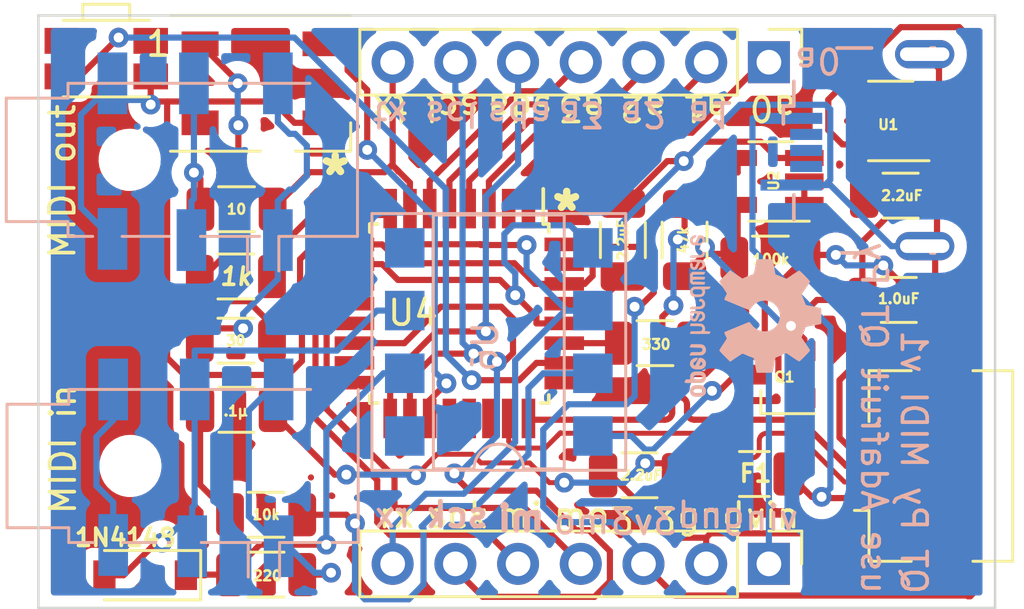
<source format=kicad_pcb>
(kicad_pcb (version 20211014) (generator pcbnew)
  (title_block (title "Romix QT Py") (date "2021-08-21") (rev "1") (company "Concept & Code"))
  (layers (0 "F.Cu" signal) (31 "B.Cu" signal) (34 "B.Paste" user) (35 "F.Paste" user) (36 "B.SilkS" user "B.Silkscreen") (37 "F.SilkS" user "F.Silkscreen") (38 "B.Mask" user) (39 "F.Mask" user) (44 "Edge.Cuts" user))
  (net 0 "")
  (net 1 "GND")
  (net 2 "Net-(C1-Pad1)")
  (net 3 "VBUS")
  (net 4 "VCC")
  (net 5 "3V3")
  (net 6 "NEOPIX")
  (net 7 "USB_D-")
  (net 8 "USB_D+")
  (net 10 "SCL")
  (net 11 "SDA")
  (net 12 "/A3")
  (net 13 "/A2")
  (net 14 "/A1")
  (net 15 "/A0")
  (net 16 "Net-(D3-Pad1)")
  (net 17 "/MISO")
  (net 18 "Net-(D3-Pad2)")
  (net 19 "Net-(Q1-Pad1)")
  (net 20 "USB_HOST_EN")
  (net 24 "TX")
  (net 25 "Net-(SW2-Pad2)")
  (net 26 "RX")
  (net 27 "Net-(J6-PadT)")
  (net 28 "unconnected-(J7-PadS)")
  (net 29 "Net-(J7-PadT)")
  (net 30 "Net-(R7-Pad1)")
  (net 37 "/MOSI")
  (net 38 "/SCK")
  (net 39 "Net-(J1-Pad1)")
  (net 40 "Net-(R2-Pad2)")
  (net 41 "Net-(R6-Pad2)")
  (footprint "Resistor_SMD:R_1206_3216Metric" (layer "F.Cu") (at 148.65 25.1)
    (fp_text reference "R2" hide)
    (fp_text value "100k")
  )
  (footprint "Resistor_SMD:R_1206_3216Metric" (layer "F.Cu") (at 145.175 24.35 90)
    (fp_text reference "R1" hide)
    (fp_text value "47k")
  )
  (footprint "Package_TO_SOT_SMD:SOT-23-5_HandSoldering" (layer "F.Cu") (at 148.675 21.975 180)
    (fp_text reference "U2")
    (fp_text value "74AHC1G125" hide)
  )
  (footprint "Resistor_SMD:R_1206_3216Metric" (layer "F.Cu") (at 143.975 28.525 180)
    (fp_text reference "R3" hide)
    (fp_text value "330")
  )
  (footprint "Capacitor_SMD:C_1206_3216Metric" (layer "F.Cu") (at 153.85 26.775)
    (fp_text reference "C3" hide)
    (fp_text value "1.0uF")
  )
  (footprint "Capacitor_SMD:C_1206_3216Metric" (layer "F.Cu") (at 143.35 33.875 180)
    (fp_text reference "C2" hide)
    (fp_text value "2.2uF")
  )
  (footprint "Package_TO_SOT_SMD:SOT-23" (layer "F.Cu") (at 149.025 29.8 180)
    (fp_text reference "Q1")
    (fp_text value "IRLML6402" hide)
  )
  (footprint "Connector_PinHeader_2.54mm:PinHeader_1x07_P2.54mm_Vertical" (layer "F.Cu") (at 148.59 37.465 -90)
    (fp_text reference "J4" hide)
    (fp_text value "Conn_01x07_Male" hide)
  )
  (footprint "Capacitor_SMD:C_1206_3216Metric" (layer "F.Cu") (at 153.925 22.55)
    (fp_text reference "C4" hide)
    (fp_text value "2.2uF")
  )
  (footprint "LED_SMD:LED_WS2812B_PLCC4_5.0x5.0mm_P3.2mm" (layer "F.Cu") (at 128 18)
    (fp_text reference "D1" hide)
    (fp_text value "WS2812B" hide)
  )
  (footprint "Capacitor_SMD:C_1206_3216Metric" (layer "F.Cu") (at 142.675 24.35 90)
    (fp_text reference "C1" hide)
    (fp_text value "2.2uF")
  )
  (footprint "Fuse:Fuse_1206_3216Metric" (layer "F.Cu") (at 148 33.825)
    (fp_text reference "F1")
    (fp_text value "500mA" hide)
  )
  (footprint "Connector_USB:USB_Micro-B_Amphenol_10104110_Horizontal" (layer "F.Cu") (at 154.305 33.5 90)
    (fp_text reference "J2" hide)
    (fp_text value "USB_OTG" hide)
  )
  (footprint "Connector_PinHeader_2.54mm:PinHeader_1x07_P2.54mm_Vertical" (layer "F.Cu") (at 148.59 17.145 -90)
    (fp_text reference "J3" hide)
    (fp_text value "Conn_01x07_Male" hide)
  )
  (footprint "Package_TO_SOT_SMD:SOT-23-5" (layer "F.Cu") (at 153.525 19.525 180)
    (fp_text reference "U1")
    (fp_text value "AP2112K-3.3" hide)
  )
  (footprint "Package_QFP:TQFP-32_7x7mm_P0.8mm" (layer "F.Cu") (at 136.05 27.325 -90)
    (fp_text reference "U4")
    (fp_text value "ATSAMD21E18A-A" hide)
  )
  (footprint "Button_Switch_SMD:SW_SPST_EVQP7A" (layer "F.Cu") (at 121.75 17 180)
    (fp_text reference "SW2" hide)
    (fp_text value "SW_Push" hide)
  )
  (footprint "Resistor_SMD:R_1206_3216Metric" (layer "F.Cu") (at 128.225 35.475 180)
    (fp_text reference "R7" hide)
    (fp_text value "10k")
  )
  (footprint "Resistor_SMD:R_1206_3216Metric" (layer "F.Cu") (at 127 28.425)
    (fp_text reference "R4" hide)
    (fp_text value "30")
  )
  (footprint "Diode_SMD:D_SOD-123" (layer "F.Cu") (at 123.325 37.925 180)
    (fp_text reference "D3" hide)
    (fp_text value "1N4148")
  )
  (footprint "Resistor_SMD:R_1206_3216Metric" (layer "F.Cu") (at 127.025 23.1 180)
    (fp_text reference "R6" hide)
    (fp_text value "10")
  )
  (footprint "Resistor_SMD:R_1206_3216Metric" (layer "F.Cu") (at 128.225 37.9)
    (fp_text reference "R5" hide)
    (fp_text value "220")
  )
  (footprint "Resistor_SMD:R_1206_3216Metric" (layer "F.Cu") (at 127 25.825)
    (fp_text reference "R8" hide)
    (fp_text value "1k")
  )
  (footprint "Capacitor_SMD:C_1206_3216Metric" (layer "F.Cu") (at 127.025 31.225 180)
    (fp_text reference "C5" hide)
    (fp_text value ".1µ")
  )
  (footprint "Connector_USB:USB_Micro-B_Ali_power_only" (layer "B.Cu") (at 152 20.72 -90)
    (fp_text reference "J1" hide)
    (fp_text value "USB power" hide)
  )
  (footprint "Connector_Audio:Jack_3.5mm_PJ313D_Horizontal" (layer "B.Cu") (at 126.23 33.5)
    (fp_text reference "J7" hide)
    (fp_text value "MIDI in")
  )
  (footprint "Symbol:OSHW-Logo2_7.3x6mm_SilkScreen" (layer "B.Cu") (at 147.95 27.425 90)
    (fp_text reference "REF**" hide)
    (fp_text value "OSHW-Logo2_7.3x6mm_SilkScreen" hide)
  )
  (footprint "Package_DIP:DIP-8_W7.62mm_SMDSocket_SmallPads" (layer "B.Cu") (at 137.65 28.475)
    (fp_text reference "U6")
    (fp_text value "6N139")
  )
  (footprint "Connector_Audio:Jack_3.5mm_PJ313D_Horizontal" (layer "B.Cu") (at 126.2 21.1)
    (fp_text reference "J6" hide)
    (fp_text value "MIDI out")
  )
  (gr_line (start 119 39.25) (end 119 15.25) (layer "Edge.Cuts") (width 0.1))
  (gr_line (start 157.75 39.25) (end 119 39.25) (layer "Edge.Cuts") (width 0.1))
  (gr_line (start 157.75 15.25) (end 157.75 39.25) (layer "Edge.Cuts") (width 0.1))
  (gr_line (start 119 15.25) (end 157.75 15.25) (layer "Edge.Cuts") (width 0.1))
  (gr_text "mi" (at 138.55 35.625) (layer "B.SilkS") (effects (font (size 1 1) (thickness 0.25)) (justify mirror)))
  (gr_text "vin" (at 148.7 35.6) (layer "B.SilkS") (effects (font (size 1 1)) (justify mirror)))
  (gr_text "a2" (at 143.5 19.25 180) (layer "B.SilkS") (effects (font (size 1 1)) (justify mirror)))
  (gr_text "a3" (at 141 19.25 180) (layer "B.SilkS") (effects (font (size 1 1)) (justify mirror)))
  (gr_text "sck" (at 135.95 35.475) (layer "B.SilkS") (effects (font (size 1 1) (thickness 0.2)) (justify mirror)))
  (gr_text "3v3" (at 143.525 35.775) (layer "B.SilkS") (effects (font (size 1 1)) (justify mirror)))
  (gr_text "rx" (at 133.35 35.475) (layer "B.SilkS") (effects (font (size 1 1)) (justify mirror)))
  (gr_text "QT Py MIDI v1\nuse Adafruit QT Py\n" (at 153.65 38.775 270) (layer "B.SilkS") (effects (font (size 1 1)) (justify left mirror)))
  (gr_text "a0" (at 150.575 17.075 180) (layer "B.SilkS") (effects (font (size 1 1)) (justify mirror)))
  (gr_text "scl" (at 135.75 19.25 180) (layer "B.SilkS") (effects (font (size 1 1)) (justify mirror)))
  (gr_text "gnd" (at 146.25 35.475) (layer "B.SilkS") (effects (font (size 1 1)) (justify mirror)))
  (gr_text "sda" (at 138.5 19.25 180) (layer "B.SilkS") (effects (font (size 1 1)) (justify mirror)))
  (gr_text "tx" (at 133.25 19.25 180) (layer "B.SilkS") (effects (font (size 1 1)) (justify mirror)))
  (gr_text "a1" (at 146.25 19.25 180) (layer "B.SilkS") (effects (font (size 1 1)) (justify mirror)))
  (gr_text "mo" (at 141 35.75) (layer "B.SilkS") (effects (font (size 1 1)) (justify mirror)))
  (gr_text "3v3" (at 143.5 35.75) (layer "F.SilkS") (effects (font (size 1 1))))
  (gr_text "*" (at 131.025 21.75) (layer "F.SilkS") (effects (font (size 1.5 1.5) (thickness 0.3))))
  (gr_text "scl" (at 135.75 19 180) (layer "F.SilkS") (effects (font (size 1 1))))
  (gr_text "gnd" (at 146.25 35.5) (layer "F.SilkS") (effects (font (size 1 1))))
  (gr_text "a1" (at 146 19 180) (layer "F.SilkS") (effects (font (size 1 1))))
  (gr_text "a2" (at 143.5 19 180) (layer "F.SilkS") (effects (font (size 1 1))))
  (gr_text "sck" (at 136 35.5) (layer "F.SilkS") (effects (font (size 1 1))))
  (gr_text "tx" (at 133.25 19 180) (layer "F.SilkS") (effects (font (size 1 1))))
  (gr_text "a0" (at 148.75 19 180) (layer "F.SilkS") (effects (font (size 1 1))))
  (gr_text "mi" (at 138.5 35.5) (layer "F.SilkS") (effects (font (size 1 1))))
  (gr_text "sda" (at 138.5 19 180) (layer "F.SilkS") (effects (font (size 1 1))))
  (gr_text "mo" (at 141 35.5) (layer "F.SilkS") (effects (font (size 1 1))))
  (gr_text "vin" (at 148.75 35.5) (layer "F.SilkS") (effects (font (size 1 1))))
  (gr_text "rx" (at 133.5 35.5) (layer "F.SilkS") (effects (font (size 1 1))))
  (gr_text "*" (at 140.4 23.2) (layer "F.SilkS") (effects (font (size 1.5 1.5) (thickness 0.3))))
  (gr_text "a3" (at 141 19 180) (layer "F.SilkS") (effects (font (size 1 1))))
  (segment (start 140.3 27.725) (end 139.1747 27.725) (width 0.25) (layer "F.Cu") (net 1))
  (segment (start 155.4 22.55) (end 155.4803 22.4697) (width 0.25) (layer "F.Cu") (net 1))
  (segment (start 123.55 18.7357) (end 124.215 18.7357) (width 0.25) (layer "F.Cu") (net 1))
  (segment (start 155.605 28.2747) (end 155.325 27.9947) (width 0.25) (layer "F.Cu") (net 1))
  (segment (start 155.605 29.75) (end 155.605 32.2) (width 0.25) (layer "F.Cu") (net 1))
  (segment (start 129.3747 19.6) (end 128.5104 18.7357) (width 0.25) (layer "F.Cu") (net 1))
  (segment (start 155.605 32.35) (end 155.605 34.65) (width 0.25) (layer "F.Cu") (net 1))
  (segment (start 139.1747 27.725) (end 139.1747 27.4432) (width 0.25) (layer "F.Cu") (net 1))
  (segment (start 144.4746 21.1504) (end 142.75 22.875) (width 0.25) (layer "F.Cu") (net 1))
  (segment (start 131.8 25.325) (end 132.9253 25.325) (width 0.25) (layer "F.Cu") (net 1))
  (segment (start 124.9125 29.8125) (end 125.55 29.8125) (width 0.25) (layer "F.Cu") (net 1))
  (segment (start 153.3074 36.2277) (end 146.2279 36.2277) (width 0.25) (layer "F.Cu") (net 1))
  (segment (start 155.4803 22.4697) (end 155.4803 19.525) (width 0.25) (layer "F.Cu") (net 1))
  (segment (start 146.05 37.465) (end 146.05 36.4056) (width 0.25) (layer "F.Cu") (net 1))
  (segment (start 124.215 29.115) (end 124.9125 29.8125) (width 0.25) (layer "F.Cu") (net 1))
  (segment (start 129.675 29.25) (end 129.1125 29.8125) (width 0.25) (layer "F.Cu") (net 1))
  (segment (start 155.325 25.02) (end 154.9 24.595) (width 0.25) (layer "F.Cu") (net 1))
  (segment (start 131.8 25.325) (end 130.65 25.325) (width 0.25) (layer "F.Cu") (net 1))
  (segment (start 133.5642 25.9639) (end 132.9253 25.325) (width 0.25) (layer "F.Cu") (net 1))
  (segment (start 125.55 34.2625) (end 126.7625 35.475) (width 0.25) (layer "F.Cu") (net 1))
  (segment (start 125.55 29.8125) (end 125.55 31.225) (width 0.25) (layer "F.Cu") (net 1))
  (segment (start 155.605 37.25) (end 154.3297 37.25) (width 0.25) (layer "F.Cu") (net 1))
  (segment (start 137.6954 25.9639) (end 133.5642 25.9639) (width 0.25) (layer "F.Cu") (net 1))
  (segment (start 146.2279 36.2277) (end 146.05 36.4056) (width 0.25) (layer "F.Cu") (net 1))
  (segment (start 150.025 21.025) (end 148.9197 21.025) (width 0.25) (layer "F.Cu") (net 1))
  (segment (start 130.1 26.7) (end 129.675 27.125) (width 0.25) (layer "F.Cu") (net 1))
  (segment (start 144.7306 36.4056) (end 142.2 33.875) (width 0.25) (layer "F.Cu") (net 1))
  (segment (start 155.325 27.9947) (end 155.325 26.775) (width 0.25) (layer "F.Cu") (net 1))
  (segment (start 155.605 29.75) (end 155.605 28.2747) (width 0.25) (layer "F.Cu") (net 1))
  (segment (start 129.1125 29.8125) (end 125.55 29.8125) (width 0.25) (layer "F.Cu") (net 1))
  (segment (start 155.605 32.2) (end 155.605 32.35) (width 0.25) (layer "F.Cu") (net 1))
  (segment (start 128.5104 18.7357) (end 124.215 18.7357) (width 0.25) (layer "F.Cu") (net 1))
  (segment (start 146.05 36.4056) (end 144.7306 36.4056) (width 0.25) (layer "F.Cu") (net 1))
  (segment (start 130.1 25.875) (end 130.1 26.7) (width 0.25) (layer "F.Cu") (net 1))
  (segment (start 154.9 24.595) (end 155.4 24.095) (width 0.25) (layer "F.Cu") (net 1))
  (segment (start 123.55 18.7357) (end 123.55 18.8607) (width 0.25) (layer "F.Cu") (net 1))
  (segment (start 145.1409 21.1504) (end 144.4746 21.1504) (width 0.25) (layer "F.Cu") (net 1))
  (segment (start 123.55 17.72) (end 123.55 18.7357) (width 0.25) (layer "F.Cu") (net 1))
  (segment (start 155.4803 17.4003) (end 155.4803 19.525) (width 0.25) (layer "F.Cu") (net 1))
  (segment (start 145.9263 20.365) (end 148.2597 20.365) (width 0.25) (layer "F.Cu") (net 1))
  (segment (start 145.1409 21.1504) (end 145.9263 20.365) (width 0.25) (layer "F.Cu") (net 1))
  (segment (start 154.3297 37.25) (end 153.3074 36.2277) (width 0.25) (layer "F.Cu") (net 1))
  (segment (start 152.755 32.2) (end 155.605 32.2) (width 0.25) (layer "F.Cu") (net 1))
  (segment (start 130.65 25.325) (end 130.1 25.875) (width 0.25) (layer "F.Cu") (net 1))
  (segment (start 148.2597 20.365) (end 148.9197 21.025) (width 0.25) (layer "F.Cu") (net 1))
  (segment (start 124.215 18.7357) (end 124.215 29.115) (width 0.25) (layer "F.Cu") (net 1))
  (segment (start 155.605 34.65) (end 155.605 37.25) (width 0.25) (layer "F.Cu") (net 1))
  (segment (start 138.31575 26.58425) (end 137.6954 25.9639) (width 0.25) (layer "F.Cu") (net 1))
  (segment (start 129.675 27.125) (end 129.675 29.25) (width 0.25) (layer "F.Cu") (net 1))
  (segment (start 125.55 31.225) (end 125.55 34.2625) (width 0.25) (layer "F.Cu") (net 1))
  (segment (start 130.45 19.6) (end 129.3747 19.6) (width 0.25) (layer "F.Cu") (net 1))
  (segment (start 155.4 24.095) (end 155.4 22.55) (width 0.25) (layer "F.Cu") (net 1))
  (segment (start 154.9 16.82) (end 155.4803 17.4003) (width 0.25) (layer "F.Cu") (net 1))
  (segment (start 139.1747 27.4432) (end 138.31575 26.58425) (width 0.25) (layer "F.Cu") (net 1))
  (segment (start 155.325 26.775) (end 155.325 25.02) (width 0.25) (layer "F.Cu") (net 1))
  (segment (start 154.625 19.525) (end 155.4803 19.525) (width 0.25) (layer "F.Cu") (net 1))
  (via (at 123.55 18.8607) (size 0.8) (drill 0.4) (layers "F.Cu" "B.Cu") (net 1))
  (via (at 145.1409 21.1504) (size 0.8) (drill 0.4) (layers "F.Cu" "B.Cu") (net 1))
  (via (at 138.31575 26.58425) (size 0.8) (drill 0.4) (layers "F.Cu" "B.Cu") (net 1))
  (segment (start 142.5853 24.665) (end 142.5853 23.706) (width 0.25) (layer "B.Cu") (net 1))
  (segment (start 154.9 24.595) (end 153.5503 24.595) (width 0.25) (layer "B.Cu") (net 1))
  (segment (start 137.875 25.25) (end 137.875 24.1) (width 0.25) (layer "B.Cu") (net 1))
  (segment (start 149.5 22.12) (end 150.2877 22.12) (width 0.25) (layer "B.Cu") (net 1))
  (segment (start 120.725 23.025) (end 122 24.3) (width 0.25) (layer "B.Cu") (net 1))
  (segment (start 151.0754 21.9075) (end 150.8629 22.12) (width 0.25) (layer "B.Cu") (net 1))
  (segment (start 140.545 23.75) (end 141.46 24.665) (width 0.25) (layer "B.Cu") (net 1))
  (segment (start 122 18) (end 120.725 19.275) (width 0.25) (layer "B.Cu") (net 1))
  (segment (start 142.5853 23.706) (end 145.1409 21.1504) (width 0.25) (layer "B.Cu") (net 1))
  (segment (start 153.5503 24.595) (end 151.0753 22.12) (width 0.25) (layer "B.Cu") (net 1))
  (segment (start 138.31575 26.58425) (end 138.31575 25.69075) (width 0.25) (layer "B.Cu") (net 1))
  (segment (start 122 18.675) (end 123.3643 18.675) (width 0.25) (layer "B.Cu") (net 1))
  (segment (start 138.31575 25.69075) (end 137.875 25.25) (width 0.25) (layer "B.Cu") (net 1))
  (segment (start 122 18) (end 122 18.675) (width 0.25) (layer "B.Cu") (net 1))
  (segment (start 137.875 24.1) (end 138.225 23.75) (width 0.25) (layer "B.Cu") (net 1))
  (segment (start 123.3643 18.675) (end 123.55 18.8607) (width 0.25) (layer "B.Cu") (net 1))
  (segment (start 120.725 19.275) (end 120.725 23.025) (width 0.25) (layer "B.Cu") (net 1))
  (segment (start 122 24.3) (end 122 23.8191) (width 0.25) (layer "B.Cu") (net 1))
  (segment (start 138.225 23.75) (end 140.545 23.75) (width 0.25) (layer "B.Cu") (net 1))
  (segment (start 150.8926 18.8696) (end 151.0754 19.0524) (width 0.25) (layer "B.Cu") (net 1))
  (segment (start 151.0753 22.12) (end 150.8629 22.12) (width 0.25) (layer "B.Cu") (net 1))
  (segment (start 151.0754 19.0524) (end 151.0754 21.9075) (width 0.25) (layer "B.Cu") (net 1))
  (segment (start 147.4217 18.8696) (end 150.8926 18.8696) (width 0.25) (layer "B.Cu") (net 1))
  (segment (start 145.1409 21.1504) (end 147.4217 18.8696) (width 0.25) (layer "B.Cu") (net 1))
  (segment (start 150.6505 22.12) (end 150.8629 22.12) (width 0.25) (layer "B.Cu") (net 1))
  (segment (start 150.2877 22.12) (end 150.6505 22.12) (width 0.25) (layer "B.Cu") (net 1))
  (segment (start 141.46 24.665) (end 142.5853 24.665) (width 0.25) (layer "B.Cu") (net 1))
  (segment (start 141.65 26.925) (end 142.75 25.825) (width 0.25) (layer "F.Cu") (net 2))
  (segment (start 140.3 26.925) (end 141.65 26.925) (width 0.25) (layer "F.Cu") (net 2))
  (segment (start 147.05 33.8) (end 145.225 33.8) (width 0.25) (layer "F.Cu") (net 3))
  (segment (start 143.5805 33.3906) (end 144.6656 33.3906) (width 0.25) (layer "F.Cu") (net 3))
  (segment (start 138.9 33.375) (end 136.925 33.375) (width 0.2) (layer "F.Cu") (net 3))
  (segment (start 128.5 31.225) (end 128.5 31.35) (width 0.25) (layer "F.Cu") (net 3))
  (segment (start 146.2865 30.4571) (end 146.5926 30.4571) (width 0.25) (layer "F.Cu") (net 3))
  (segment (start 136.575 33.025) (end 135.15 33.025) (width 0.2) (layer "F.Cu") (net 3))
  (segment (start 146.5926 30.4571) (end 147.2497 29.8) (width 0.25) (layer "F.Cu") (net 3))
  (segment (start 140.3 34.175) (end 139.7 34.175) (width 0.2) (layer "F.Cu") (net 3))
  (segment (start 135.15 33.025) (end 134.3 33.875) (width 0.2) (layer "F.Cu") (net 3))
  (segment (start 136.925 33.375) (end 136.575 33.025) (width 0.2) (layer "F.Cu") (net 3))
  (segment (start 130.275 33.125) (end 131 33.85) (width 0.25) (layer "F.Cu") (net 3))
  (segment (start 128.5 31.35) (end 130.275 33.125) (width 0.25) (layer "F.Cu") (net 3))
  (segment (start 145.225 33.8) (end 145.15 33.875) (width 0.25) (layer "F.Cu") (net 3))
  (segment (start 148.025 29.8) (end 147.2497 29.8) (width 0.25) (layer "F.Cu") (net 3))
  (segment (start 131 33.85) (end 131.475 33.85) (width 0.25) (layer "F.Cu") (net 3))
  (segment (start 139.7 34.175) (end 138.9 33.375) (width 0.2) (layer "F.Cu") (net 3))
  (segment (start 144.6656 33.3906) (end 145.15 33.875) (width 0.25) (layer "F.Cu") (net 3))
  (via (at 140.3 34.175) (size 0.8) (drill 0.4) (layers "F.Cu" "B.Cu") (net 3))
  (via (at 143.5805 33.3906) (size 0.8) (drill 0.4) (layers "F.Cu" "B.Cu") (net 3))
  (via (at 131.475 33.85) (size 0.8) (drill 0.4) (layers "F.Cu" "B.Cu") (net 3))
  (via (at 146.2865 30.4571) (size 0.8) (drill 0.4) (layers "F.Cu" "B.Cu") (net 3))
  (via (at 134.3 33.875) (size 0.8) (drill 0.4) (layers "F.Cu" "B.Cu") (net 3))
  (segment (start 143.5805 32.8378) (end 143.9058 32.8378) (width 0.25) (layer "B.Cu") (net 3))
  (segment (start 143.5805 32.8378) (end 143.5805 33.3906) (width 0.25) (layer "B.Cu") (net 3))
  (segment (start 142.725 34.175) (end 140.3 34.175) (width 0.25) (layer "B.Cu") (net 3))
  (segment (start 143.9058 32.8378) (end 146.2865 30.4571) (width 0.25) (layer "B.Cu") (net 3))
  (segment (start 141.46 32.285) (end 143.0277 32.285) (width 0.25) (layer "B.Cu") (net 3))
  (segment (start 143.0277 32.285) (end 143.5805 32.8378) (width 0.25) (layer "B.Cu") (net 3))
  (segment (start 134.275 33.85) (end 134.3 33.875) (width 0.25) (layer "B.Cu") (net 3))
  (segment (start 143.5805 33.3906) (end 143.5094 33.3906) (width 0.25) (layer "B.Cu") (net 3))
  (segment (start 131.475 33.85) (end 134.275 33.85) (width 0.25) (layer "B.Cu") (net 3))
  (segment (start 143.5094 33.3906) (end 142.725 34.175) (width 0.25) (layer "B.Cu") (net 3))
  (segment (start 146.0051 24.6387) (end 146.0051 24.9074) (width 0.25) (layer "F.Cu") (net 4))
  (segment (start 146.9949 24.9074) (end 147.1875 25.1) (width 0.25) (layer "F.Cu") (net 4))
  (segment (start 154.625 20.475) (end 154.1974 20.475) (width 0.25) (layer "F.Cu") (net 4))
  (segment (start 153.7697 18.575) (end 153.7697 20.0473) (width 0.25) (layer "F.Cu") (net 4))
  (segment (start 152.375 26.775) (end 150.5352 26.775) (width 0.25) (layer "F.Cu") (net 4))
  (segment (start 150.025 28.85) (end 150.025 28.367) (width 0.25) (layer "F.Cu") (net 4))
  (segment (start 150.5352 26.775) (end 149.4841 27.8261) (width 0.25) (layer "F.Cu") (net 4))
  (segment (start 154.1974 22.5932) (end 154.1974 20.475) (width 0.25) (layer "F.Cu") (net 4))
  (segment (start 146.0051 24.9074) (end 145.1 25.8125) (width 0.25) (layer "F.Cu") (net 4))
  (segment (start 147.325 24.5773) (end 146.9949 24.9074) (width 0.25) (layer "F.Cu") (net 4))
  (segment (start 153.7697 20.0473) (end 154.1974 20.475) (width 0.25) (layer "F.Cu") (net 4))
  (segment (start 149.4841 27.8261) (end 150.025 28.367) (width 0.25) (layer "F.Cu") (net 4))
  (segment (start 146.0051 24.9074) (end 146.9949 24.9074) (width 0.25) (layer "F.Cu") (net 4))
  (segment (start 152.375 26.775) (end 152.375 24.4156) (width 0.25) (layer "F.Cu") (net 4))
  (segment (start 152.375 24.4156) (end 154.1974 22.5932) (width 0.25) (layer "F.Cu") (net 4))
  (segment (start 147.325 22.925) (end 147.325 24.5773) (width 0.25) (layer "F.Cu") (net 4))
  (segment (start 154.625 18.575) (end 153.7697 18.575) (width 0.25) (layer "F.Cu") (net 4))
  (via (at 146.0051 24.6387) (size 0.8) (drill 0.4) (layers "F.Cu" "B.Cu") (net 4))
  (via (at 149.4841 27.8261) (size 0.8) (drill 0.4) (layers "F.Cu" "B.Cu") (net 4))
  (segment (start 148.59 37.465) (end 148.59 28.3596) (width 0.25) (layer "B.Cu") (net 4))
  (segment (start 149.4496 27.7916) (end 149.4841 27.8261) (width 0.25) (layer "B.Cu") (net 4))
  (segment (start 148.59 28.3596) (end 149.158 27.7916) (width 0.25) (layer "B.Cu") (net 4))
  (segment (start 149.158 27.7916) (end 146.0051 24.6387) (width 0.25) (layer "B.Cu") (net 4))
  (segment (start 149.158 27.7916) (end 149.4496 27.7916) (width 0.25) (layer "B.Cu") (net 4))
  (segment (start 150.9964 18.6591) (end 150.9964 19.9017) (width 0.25) (layer "F.Cu") (net 5))
  (segment (start 152.45 20.9276) (end 152.45 22.55) (width 0.25) (layer "F.Cu") (net 5))
  (segment (start 129.6 25.125) (end 129.6 26.475) (width 0.25) (layer "F.Cu") (net 5))
  (segment (start 127.1 24.425) (end 127.1 19.7) (width 0.25) (layer "F.Cu") (net 5))
  (segment (start 157.075 38.45) (end 157.075 16.5) (width 0.25) (layer "F.Cu") (net 5))
  (segment (start 125.55 16.4) (end 127.075 17.925) (width 0.25) (layer "F.Cu") (net 5))
  (segment (start 153.9305 15.725) (end 150.9964 18.6591) (width 0.25) (layer "F.Cu") (net 5))
  (segment (start 151.9974 20.475) (end 152.45 20.9276) (width 0.25) (layer "F.Cu") (net 5))
  (segment (start 141.45 24.875) (end 141.7 24.625) (width 0.25) (layer "F.Cu") (net 5))
  (segment (start 151.5697 20.475) (end 151.9974 20.475) (width 0.25) (layer "F.Cu") (net 5))
  (segment (start 141.7 24.625) (end 143.675 24.625) (width 0.25) (layer "F.Cu") (net 5))
  (segment (start 140.3 26.125) (end 141.125 26.125) (width 0.25) (layer "F.Cu") (net 5))
  (segment (start 150.9964 19.9017) (end 151.5697 20.475) (width 0.25) (layer "F.Cu") (net 5))
  (segment (start 143.925 26.475) (end 143.35 27.05) (width 0.25) (layer "F.Cu") (net 5))
  (segment (start 157.075 16.5) (end 156.3 15.725) (width 0.25) (layer "F.Cu") (net 5))
  (segment (start 133.6871 25.2868) (end 138.2778 25.2868) (width 0.25) (layer "F.Cu") (net 5))
  (segment (start 130.2 24.525) (end 129.6 25.125) (width 0.25) (layer "F.Cu") (net 5))
  (segment (start 152.425 20.475) (end 151.9974 20.475) (width 0.25) (layer "F.Cu") (net 5))
  (segment (start 131.8 24.525) (end 132.9253 24.525) (width 0.25) (layer "F.Cu") (net 5))
  (segment (start 125.5375 25.825) (end 125.7 25.825) (width 0.25) (layer "F.Cu") (net 5))
  (segment (start 156.65 38.775) (end 156.75 38.775) (width 0.25) (layer "F.Cu") (net 5))
  (segment (start 143.35 27.05) (end 143.15 27.05) (width 0.25) (layer "F.Cu") (net 5))
  (segment (start 144.7923 38.7473) (end 156.6223 38.7473) (width 0.25) (layer "F.Cu") (net 5))
  (segment (start 138.2778 25.2868) (end 139.116 26.125) (width 0.25) (layer "F.Cu") (net 5))
  (segment (start 132.9253 24.525) (end 133.6871 25.2868) (width 0.25) (layer "F.Cu") (net 5))
  (segment (start 129.6 26.475) (end 128.4625 27.6125) (width 0.25) (layer "F.Cu") (net 5))
  (segment (start 156.75 38.775) (end 157.075 38.45) (width 0.25) (layer "F.Cu") (net 5))
  (segment (start 131.8 24.525) (end 130.2 24.525) (width 0.25) (layer "F.Cu") (net 5))
  (segment (start 125.7 25.825) (end 127.1 24.425) (width 0.25) (layer "F.Cu") (net 5))
  (segment (start 143.51 37.465) (end 144.7923 38.7473) (width 0.25) (layer "F.Cu") (net 5))
  (segment (start 143.675 24.625) (end 143.925 24.875) (width 0.25) (layer "F.Cu") (net 5))
  (segment (start 141.125 26.125) (end 141.45 25.8) (width 0.25) (layer "F.Cu") (net 5))
  (segment (start 126.5375 26.825) (end 125.5375 25.825) (width 0.25) (layer "F.Cu") (net 5))
  (segment (start 128.4625 27.7875) (end 127.5 26.825) (width 0.25) (layer "F.Cu") (net 5))
  (segment (start 143.925 24.875) (end 143.925 26.475) (width 0.25) (layer "F.Cu") (net 5))
  (segment (start 139.116 26.125) (end 140.3 26.125) (width 0.25) (layer "F.Cu") (net 5))
  (segment (start 128.4625 28.425) (end 128.4625 27.7875) (width 0.25) (layer "F.Cu") (net 5))
  (segment (start 127.5 26.825) (end 126.5375 26.825) (width 0.25) (layer "F.Cu") (net 5))
  (segment (start 128.4625 27.6125) (end 128.4625 28.425) (width 0.25) (layer "F.Cu") (net 5))
  (segment (start 156.3 15.725) (end 153.9305 15.725) (width 0.25) (layer "F.Cu") (net 5))
  (segment (start 127.075 17.925) (end 127.075 18) (width 0.25) (layer "F.Cu") (net 5))
  (segment (start 141.45 25.8) (end 141.45 24.875) (width 0.25) (layer "F.Cu") (net 5))
  (segment (start 156.6223 38.7473) (end 156.65 38.775) (width 0.25) (layer "F.Cu") (net 5))
  (via (at 127.075 18) (size 0.8) (drill 0.4) (layers "F.Cu" "B.Cu") (net 5))
  (via (at 127.1 19.7) (size 0.8) (drill 0.4) (layers "F.Cu" "B.Cu") (net 5))
  (via (at 143.15 27.05) (size 0.8) (drill 0.4) (layers "F.Cu" "B.Cu") (net 5))
  (segment (start 142.825 31) (end 140.475 31) (width 0.25) (layer "B.Cu") (net 5))
  (segment (start 139.45 32.025) (end 139.45 35.15) (width 0.25) (layer "B.Cu") (net 5))
  (segment (start 143.51 37.035) (end 143.51 37.465) (width 0.25) (layer "B.Cu") (net 5))
  (segment (start 127.075 19.675) (end 127.1 19.7) (width 0.25) (layer "B.Cu") (net 5))
  (segment (start 143.15 27.05) (end 143.15 30.675) (width 0.25) (layer "B.Cu") (net 5))
  (segment (start 143.15 30.675) (end 142.825 31) (width 0.25) (layer "B.Cu") (net 5))
  (segment (start 139.45 35.15) (end 140.075 35.775) (width 0.25) (layer "B.Cu") (net 5))
  (segment (start 140.475 31) (end 139.45 32.025) (width 0.25) (layer "B.Cu") (net 5))
  (segment (start 140.075 35.775) (end 142.25 35.775) (width 0.25) (layer "B.Cu") (net 5))
  (segment (start 142.25 35.775) (end 143.51 37.035) (width 0.25) (layer "B.Cu") (net 5))
  (segment (start 127.075 18) (end 127.075 19.675) (width 0.25) (layer "B.Cu") (net 5))
  (segment (start 132.3194 18.2694) (end 131.5253 17.4753) (width 0.25) (layer "F.Cu") (net 6))
  (segment (start 134.85 31.575) (end 134.85 30.8327) (width 0.25) (layer "F.Cu") (net 6))
  (segment (start 130.45 16.4) (end 131.5253 16.4) (width 0.25) (layer "F.Cu") (net 6))
  (segment (start 132.3194 20.6967) (end 132.3194 18.2694) (width 0.25) (layer "F.Cu") (net 6))
  (segment (start 134.85 30.8327) (end 135.5278 30.1549) (width 0.25) (layer "F.Cu") (net 6))
  (segment (start 131.5253 17.4753) (end 131.5253 16.4) (width 0.25) (layer "F.Cu") (net 6))
  (via (at 135.5278 30.1549) (size 0.8) (drill 0.4) (layers "F.Cu" "B.Cu") (net 6))
  (via (at 132.3194 20.6967) (size 0.8) (drill 0.4) (layers "F.Cu" "B.Cu") (net 6))
  (segment (start 135.5278 30.1549) (end 135.0561 29.6832) (width 0.25) (layer "B.Cu") (net 6))
  (segment (start 135.0561 29.6832) (end 135.0561 23.4334) (width 0.25) (layer "B.Cu") (net 6))
  (segment (start 135.0561 23.4334) (end 132.3194 20.6967) (width 0.25) (layer "B.Cu") (net 6))
  (segment (start 146.625 32.625) (end 146.775 32.625) (width 0.2) (layer "F.Cu") (net 7))
  (segment (start 140.125 32.175) (end 146.175 32.175) (width 0.2) (layer "F.Cu") (net 7))
  (segment (start 147.6 32.175) (end 147.6 32.875) (width 0.2) (layer "F.Cu") (net 7))
  (segment (start 140.15 32.15) (end 140.0125 32.2875) (width 0.2) (layer "F.Cu") (net 7))
  (segment (start 140.0125 32.2875) (end 140.125 32.175) (width 0.2) (layer "F.Cu") (net 7))
  (segment (start 147 32.4) (end 147 32.175) (width 0.2) (layer "F.Cu") (net 7))
  (segment (start 149.675 32.175) (end 151.65 34.15) (width 0.2) (layer "F.Cu") (net 7))
  (segment (start 138.325 32.775) (end 139.525 32.775) (width 0.2) (layer "F.Cu") (net 7))
  (segment (start 139.525 32.775) (end 140.0125 32.2875) (width 0.2) (layer "F.Cu") (net 7))
  (segment (start 148.5 32.175) (end 149.675 32.175) (width 0.2) (layer "F.Cu") (net 7))
  (segment (start 147.6 32.125) (end 147.6 32.175) (width 0.2) (layer "F.Cu") (net 7))
  (segment (start 151.65 34.15) (end 152.755 34.15) (width 0.2) (layer "F.Cu") (net 7))
  (segment (start 148.2 32.875) (end 148.2 32.475) (width 0.2) (layer "F.Cu") (net 7))
  (segment (start 147 32.175) (end 147 32.125) (width 0.2) (layer "F.Cu") (net 7))
  (segment (start 138.05 31.575) (end 138.05 32.5) (width 0.2) (layer "F.Cu") (net 7))
  (segment (start 138.05 32.5) (end 138.325 32.775) (width 0.2) (layer "F.Cu") (net 7))
  (segment (start 147.05 32.075) (end 147.55 32.075) (width 0.2) (layer "F.Cu") (net 7))
  (arc (start 146.775 32.625) (mid 146.934099 32.559099) (end 147 32.4) (width 0.2) (layer "F.Cu") (net 7))
  (arc (start 146.4 32.4) (mid 146.465901 32.559099) (end 146.625 32.625) (width 0.2) (layer "F.Cu") (net 7))
  (arc (start 148.2 32.475) (mid 148.287868 32.262868) (end 148.5 32.175) (width 0.2) (layer "F.Cu") (net 7))
  (arc (start 147 32.125) (mid 147.014645 32.089645) (end 147.05 32.075) (width 0.2) (layer "F.Cu") (net 7))
  (arc (start 146.175 32.175) (mid 146.334099 32.240901) (end 146.4 32.4) (width 0.2) (layer "F.Cu") (net 7))
  (arc (start 147.6 32.875) (mid 147.687868 33.087132) (end 147.9 33.175) (width 0.2) (layer "F.Cu") (net 7))
  (arc (start 147.55 32.075) (mid 147.585355 32.089645) (end 147.6 32.125) (width 0.2) (layer "F.Cu") (net 7))
  (arc (start 147.9 33.175) (mid 148.112132 33.087132) (end 148.2 32.875) (width 0.2) (layer "F.Cu") (net 7))
  (segment (start 152.755 33.5) (end 151.7297 33.5) (width 0.25) (layer "F.Cu") (net 8))
  (segment (start 149.8564 31.6267) (end 145.5733 31.6267) (width 0.25) (layer "F.Cu") (net 8))
  (segment (start 138.9017 31.6267) (end 138.85 31.575) (width 0.25) (layer "F.Cu") (net 8))
  (segment (start 151.7297 33.5) (end 149.8564 31.6267) (width 0.25) (layer "F.Cu") (net 8))
  (segment (start 144.6733 31.012057) (end 144.6733 31.3267) (width 0.25) (layer "F.Cu") (net 8))
  (segment (start 141.377136 31.6267) (end 138.9017 31.6267) (width 0.25) (layer "F.Cu") (net 8))
  (segment (start 144.3733 31.6267) (end 141.377136 31.6267) (width 0.25) (layer "F.Cu") (net 8))
  (segment (start 145.2733 31.3267) (end 145.2733 31.012057) (width 0.25) (layer "F.Cu") (net 8))
  (arc (start 145.2733 31.012057) (mid 145.185432 30.799925) (end 144.9733 30.712057) (width 0.25) (layer "F.Cu") (net 8))
  (arc (start 144.9733 30.712057) (mid 144.761168 30.799925) (end 144.6733 31.012057) (width 0.25) (layer "F.Cu") (net 8))
  (arc (start 145.5733 31.6267) (mid 145.361168 31.538832) (end 145.2733 31.3267) (width 0.25) (layer "F.Cu") (net 8))
  (arc (start 144.6733 31.3267) (mid 144.585432 31.538832) (end 144.3733 31.6267) (width 0.25) (layer "F.Cu") (net 8))
  (segment (start 134.05 30.025) (end 135.125 28.95) (width 0.25) (layer "F.Cu") (net 10))
  (segment (start 134.05 31.575) (end 134.05 30.025) (width 0.25) (layer "F.Cu") (net 10))
  (segment (start 135.125 28.95) (end 136.625 28.95) (width 0.25) (layer "F.Cu") (net 10))
  (via (at 136.625 28.95) (size 0.8) (drill 0.4) (layers "F.Cu" "B.Cu") (net 10))
  (segment (start 136.1818 18.6121) (end 136.1818 28.5068) (width 0.25) (layer "B.Cu") (net 10))
  (segment (start 135.89 18.3203) (end 136.1818 18.6121) (width 0.25) (layer "B.Cu") (net 10))
  (segment (start 135.89 17.145) (end 135.89 18.3203) (width 0.25) (layer "B.Cu") (net 10))
  (segment (start 136.1818 28.5068) (end 136.625 28.95) (width 0.25) (layer "B.Cu") (net 10))
  (segment (start 133.25 29.925) (end 135.125 28.05) (width 0.25) (layer "F.Cu") (net 11))
  (segment (start 133.25 31.575) (end 133.25 29.925) (width 0.25) (layer "F.Cu") (net 11))
  (segment (start 135.125 28.05) (end 137.125 28.05) (width 0.25) (layer "F.Cu") (net 11))
  (via (at 137.125 28.05) (size 0.8) (drill 0.4) (layers "F.Cu" "B.Cu") (net 11))
  (segment (start 137.125 22.575) (end 137.125 28.05) (width 0.25) (layer "B.Cu") (net 11))
  (segment (start 138.43 21.27) (end 137.125 22.575) (width 0.25) (layer "B.Cu") (net 11))
  (segment (start 138.43 17.145) (end 138.43 21.27) (width 0.25) (layer "B.Cu") (net 11))
  (segment (start 137.125 28.05) (end 137.125 27.5287) (width 0.25) (layer "B.Cu") (net 11))
  (segment (start 134.85 23.075) (end 134.85 21.9497) (width 0.25) (layer "F.Cu") (net 12))
  (segment (start 138.4794 18.3203) (end 139.7947 18.3203) (width 0.25) (layer "F.Cu") (net 12))
  (segment (start 139.7947 18.3203) (end 140.97 17.145) (width 0.25) (layer "F.Cu") (net 12))
  (segment (start 134.85 21.9497) (end 138.4794 18.3203) (width 0.25) (layer "F.Cu") (net 12))
  (segment (start 142.1721 18.8529) (end 143.51 17.515) (width 0.25) (layer "F.Cu") (net 13))
  (segment (start 143.51 17.515) (end 143.51 17.145) (width 0.25) (layer "F.Cu") (net 13))
  (segment (start 135.65 21.9497) (end 138.7468 18.8529) (width 0.25) (layer "F.Cu") (net 13))
  (segment (start 135.65 23.075) (end 135.65 21.9497) (width 0.25) (layer "F.Cu") (net 13))
  (segment (start 138.7468 18.8529) (end 142.1721 18.8529) (width 0.25) (layer "F.Cu") (net 13))
  (segment (start 136.45 21.9497) (end 138.8824 19.5173) (width 0.25) (layer "F.Cu") (net 14))
  (segment (start 146.05 17.45) (end 146.05 17.145) (width 0.25) (layer "F.Cu") (net 14))
  (segment (start 136.45 23.075) (end 136.45 21.9497) (width 0.25) (layer "F.Cu") (net 14))
  (segment (start 143.9827 19.5173) (end 146.05 17.45) (width 0.25) (layer "F.Cu") (net 14))
  (segment (start 138.8824 19.5173) (end 143.9827 19.5173) (width 0.25) (layer "F.Cu") (net 14))
  (segment (start 137.25 23.075) (end 137.25 21.975) (width 0.25) (layer "F.Cu") (net 15))
  (segment (start 148.33 17.145) (end 148.59 17.145) (width 0.25) (layer "F.Cu") (net 15))
  (segment (start 137.25 21.975) (end 139.225 20) (width 0.25) (layer "F.Cu") (net 15))
  (segment (start 139.225 20) (end 145.475 20) (width 0.25) (layer "F.Cu") (net 15))
  (segment (start 145.475 20) (end 148.33 17.145) (width 0.25) (layer "F.Cu") (net 15))
  (segment (start 126.7625 37.9) (end 127.975 36.6875) (width 0.25) (layer "F.Cu") (net 16))
  (segment (start 126.7625 37.9) (end 125.7753 37.9) (width 0.25) (layer "F.Cu") (net 16))
  (segment (start 124.975 37.925) (end 125.7503 37.925) (width 0.25) (layer "F.Cu") (net 16))
  (segment (start 125.7753 37.9) (end 125.7503 37.925) (width 0.25) (layer "F.Cu") (net 16))
  (segment (start 127.975 36.6875) (end 130.6637 36.6875) (width 0.25) (layer "F.Cu") (net 16))
  (via (at 130.6637 36.6875) (size 0.8) (drill 0.4) (layers "F.Cu" "B.Cu") (net 16))
  (segment (start 130.6637 32.0613) (end 130.6637 36.6875) (width 0.25) (layer "B.Cu") (net 16))
  (segment (start 132.98 29.745) (end 130.6637 32.0613) (width 0.25) (layer "B.Cu") (net 16))
  (segment (start 133.84 29.745) (end 132.98 29.745) (width 0.25) (layer "B.Cu") (net 16))
  (segment (start 130.6747 26.925) (end 130.2243 27.3754) (width 0.25) (layer "F.Cu") (net 17))
  (segment (start 130.2243 27.3754) (end 130.2243 31.5743) (width 0.25) (layer "F.Cu") (net 17))
  (segment (start 132.725 35.775) (end 133.2397 36.2897) (width 0.25) (layer "F.Cu") (net 17))
  (segment (start 130.2243 31.5743) (end 132.725 34.075) (width 0.25) (layer "F.Cu") (net 17))
  (segment (start 137.2547 36.2897) (end 138.43 37.465) (width 0.25) (layer "F.Cu") (net 17))
  (segment (start 133.2397 36.2897) (end 137.2547 36.2897) (width 0.25) (layer "F.Cu") (net 17))
  (segment (start 132.725 34.075) (end 132.725 35.775) (width 0.25) (layer "F.Cu") (net 17))
  (segment (start 131.8 26.925) (end 130.6747 26.925) (width 0.25) (layer "F.Cu") (net 17))
  (segment (start 123.7664 36.6089) (end 122.4503 37.925) (width 0.25) (layer "F.Cu") (net 18))
  (segment (start 124.0096 36.6089) (end 123.7664 36.6089) (width 0.25) (layer "F.Cu") (net 18))
  (segment (start 121.675 37.925) (end 122.4503 37.925) (width 0.25) (layer "F.Cu") (net 18))
  (via (at 124.0096 36.6089) (size 0.8) (drill 0.4) (layers "F.Cu" "B.Cu") (net 18))
  (segment (start 125.23 35.1747) (end 125.33 35.0747) (width 0.25) (layer "B.Cu") (net 18))
  (segment (start 125.33 30.4) (end 125.33 28.8247) (width 0.25) (layer "B.Cu") (net 18))
  (segment (start 132.7147 27.205) (end 131.095 28.8247) (width 0.25) (layer "B.Cu") (net 18))
  (segment (start 133.84 27.205) (end 132.7147 27.205) (width 0.25) (layer "B.Cu") (net 18))
  (segment (start 125.23 35.9623) (end 124.6562 35.9623) (width 0.25) (layer "B.Cu") (net 18))
  (segment (start 124.6562 35.9623) (end 124.0096 36.6089) (width 0.25) (layer "B.Cu") (net 18))
  (segment (start 125.33 35.0747) (end 125.33 30.4) (width 0.25) (layer "B.Cu") (net 18))
  (segment (start 131.095 28.8247) (end 125.33 28.8247) (width 0.25) (layer "B.Cu") (net 18))
  (segment (start 125.23 36.75) (end 125.23 35.9623) (width 0.25) (layer "B.Cu") (net 18))
  (segment (start 125.23 35.9623) (end 125.23 35.1747) (width 0.25) (layer "B.Cu") (net 18))
  (segment (start 147.325 21.6107) (end 147.325 21.025) (width 0.25) (layer "F.Cu") (net 19))
  (segment (start 148.975 29.7) (end 148.975 29.075) (width 0.25) (layer "F.Cu") (net 19))
  (segment (start 145.175 22.8875) (end 145.175 24.05) (width 0.25) (layer "F.Cu") (net 19))
  (segment (start 144.275 29.425) (end 144.275 27.45) (width 0.25) (layer "F.Cu") (net 19))
  (segment (start 147.325 21.6107) (end 146.3768 21.6107) (width 0.25) (layer "F.Cu") (net 19))
  (segment (start 144.625 29.775) (end 144.275 29.425) (width 0.25) (layer "F.Cu") (net 19))
  (segment (start 145.175 24.05) (end 144.9 24.325) (width 0.25) (layer "F.Cu") (net 19))
  (segment (start 150.025 30.75) (end 148.975 29.7) (width 0.25) (layer "F.Cu") (net 19))
  (segment (start 146.3768 21.6107) (end 145.1 22.8875) (width 0.25) (layer "F.Cu") (net 19))
  (segment (start 144.275 27.45) (end 144.725 27) (width 0.25) (layer "F.Cu") (net 19))
  (segment (start 146.725 29.075) (end 146.025 29.775) (width 0.25) (layer "F.Cu") (net 19))
  (segment (start 146.025 29.775) (end 144.625 29.775) (width 0.25) (layer "F.Cu") (net 19))
  (segment (start 148.975 29.075) (end 146.725 29.075) (width 0.25) (layer "F.Cu") (net 19))
  (via (at 144.9 24.325) (size 0.8) (drill 0.4) (layers "F.Cu" "B.Cu") (net 19))
  (via (at 144.725 27) (size 0.8) (drill 0.4) (layers "F.Cu" "B.Cu") (net 19))
  (segment (start 144.725 24.5) (end 144.725 27) (width 0.25) (layer "B.Cu") (net 19))
  (segment (start 144.9 24.325) (end 144.725 24.5) (width 0.25) (layer "B.Cu") (net 19))
  (segment (start 140.3 28.525) (end 142.5125 28.525) (width 0.25) (layer "F.Cu") (net 20))
  (segment (start 128.4875 23.1) (end 129.9875 21.6) (width 0.25) (layer "F.Cu") (net 24))
  (segment (start 133.325 21.3) (end 133.575 21.55) (width 0.25) (layer "F.Cu") (net 24))
  (segment (start 133.35 21.325) (end 134.05 22.025) (width 0.25) (layer "F.Cu") (net 24))
  (segment (start 133.025 21.6) (end 133.325 21.3) (width 0.25) (layer "F.Cu") (net 24))
  (segment (start 133.35 17.145) (end 133.35 21.325) (width 0.25) (layer "F.Cu") (net 24))
  (segment (start 133.575 21.55) (end 133.575 21.575) (width 0.25) (layer "F.Cu") (net 24))
  (segment (start 134.05 22.025) (end 134.05 23.075) (width 0.25) (layer "F.Cu") (net 24))
  (segment (start 129.9875 21.6) (end 133.025 21.6) (width 0.25) (layer "F.Cu") (net 24))
  (segment (start 138.4747 30.025) (end 136.55 30.025) (width 0.25) (layer "F.Cu") (net 25))
  (segment (start 140.3 29.325) (end 139.1747 29.325) (width 0.25) (layer "F.Cu") (net 25))
  (segment (start 120.6768 17.72) (end 122.2493 16.1475) (width 0.25) (layer "F.Cu") (net 25))
  (segment (start 119.95 17.72) (end 120.6768 17.72) (width 0.25) (layer "F.Cu") (net 25))
  (segment (start 139.1747 29.325) (end 138.4747 30.025) (width 0.25) (layer "F.Cu") (net 25))
  (via (at 136.55 30.025) (size 0.8) (drill 0.4) (layers "F.Cu" "B.Cu") (net 25))
  (via (at 122.2493 16.1475) (size 0.8) (drill 0.4) (layers "F.Cu" "B.Cu") (net 25))
  (segment (start 129.3725 16.1475) (end 135.5065 22.2815) (width 0.25) (layer "B.Cu") (net 25))
  (segment (start 135.5065 28.9815) (end 136.55 30.025) (width 0.25) (layer "B.Cu") (net 25))
  (segment (start 122.2493 16.1475) (end 129.3725 16.1475) (width 0.25) (layer "B.Cu") (net 25))
  (segment (start 135.5065 22.2815) (end 135.5065 28.9815) (width 0.25) (layer "B.Cu") (net 25))
  (segment (start 133.25 23.333) (end 133.25 24.2003) (width 0.25) (layer "F.Cu") (net 26))
  (segment (start 133.5681 24.5184) (end 133.25 24.2003) (width 0.25) (layer "F.Cu") (net 26))
  (segment (start 128.8158 25.4717) (end 128.4625 25.825) (width 0.25) (layer "F.Cu") (net 26))
  (segment (start 136.8934 24.5184) (end 133.5681 24.5184) (width 0.25) (layer "F.Cu") (net 26))
  (segment (start 128.8158 24.6236) (end 130.1064 23.333) (width 0.25) (layer "F.Cu") (net 26))
  (segment (start 138.775 24.55) (end 136.925 24.55) (width 0.25) (layer "F.Cu") (net 26))
  (segment (start 136.925 24.55) (end 136.8934 24.5184) (width 0.25) (layer "F.Cu") (net 26))
  (segment (start 128.8158 24.6236) (end 128.8158 25.4717) (width 0.25) (layer "F.Cu") (net 26))
  (segment (start 137.0012 24.5184) (end 136.8934 24.5184) (width 0.25) (layer "F.Cu") (net 26))
  (segment (start 130.1064 23.333) (end 133.25 23.333) (width 0.25) (layer "F.Cu") (net 26))
  (segment (start 133.25 23.075) (end 133.25 23.333) (width 0.25) (layer "F.Cu") (net 26))
  (via (at 138.775 24.55) (size 0.8) (drill 0.4) (layers "F.Cu" "B.Cu") (net 26))
  (segment (start 138.775 24.55) (end 138.775 25.575) (width 0.25) (layer "B.Cu") (net 26))
  (segment (start 136.225 34.625) (end 134.7 34.625) (width 0.25) (layer "B.Cu") (net 26))
  (segment (start 138.3105 32.5395) (end 136.225 34.625) (width 0.25) (layer "B.Cu") (net 26))
  (segment (start 138.3105 29.2292) (end 138.3105 32.5395) (width 0.25) (layer "B.Cu") (net 26))
  (segment (start 141.46 27.205) (end 140.3347 27.205) (width 0.25) (layer "B.Cu") (net 26))
  (segment (start 138.775 25.575) (end 140.405 27.205) (width 0.25) (layer "B.Cu") (net 26))
  (segment (start 140.405 27.205) (end 141.46 27.205) (width 0.25) (layer "B.Cu") (net 26))
  (segment (start 134.7 34.625) (end 133.35 35.975) (width 0.25) (layer "B.Cu") (net 26))
  (segment (start 140.3347 27.205) (end 138.3105 29.2292) (width 0.25) (layer "B.Cu") (net 26))
  (segment (start 133.35 35.975) (end 133.35 37.465) (width 0.25) (layer "B.Cu") (net 26))
  (segment (start 126.037 27.9255) (end 125.5375 28.425) (width 0.25) (layer "F.Cu") (net 27))
  (segment (start 127.2945 27.9255) (end 126.037 27.9255) (width 0.25) (layer "F.Cu") (net 27))
  (via (at 127.2945 27.9255) (size 0.8) (drill 0.4) (layers "F.Cu" "B.Cu") (net 27))
  (segment (start 129.875 20.525) (end 129.875 21.75) (width 0.25) (layer "B.Cu") (net 27))
  (segment (start 128.7 25.9253) (end 127.2945 27.3308) (width 0.25) (layer "B.Cu") (net 27))
  (segment (start 129.1713 22.3034) (end 128.7 22.7747) (width 0.25) (layer "B.Cu") (net 27))
  (segment (start 129.3216 22.3034) (end 129.1713 22.3034) (width 0.25) (layer "B.Cu") (net 27))
  (segment (start 128.7 25.1376) (end 128.7 24.35) (width 0.25) (layer "B.Cu") (net 27))
  (segment (start 128.7 22.7747) (end 128.7 24.35) (width 0.25) (layer "B.Cu") (net 27))
  (segment (start 128.7 18) (end 128.7 19.5753) (width 0.25) (layer "B.Cu") (net 27))
  (segment (start 128.7 25.1376) (end 128.7 25.9253) (width 0.25) (layer "B.Cu") (net 27))
  (segment (start 129.3966 20.0466) (end 129.875 20.525) (width 0.25) (layer "B.Cu") (net 27))
  (segment (start 127.2945 27.3308) (end 127.2945 27.9255) (width 0.25) (layer "B.Cu") (net 27))
  (segment (start 129.1713 20.0466) (end 129.3966 20.0466) (width 0.25) (layer "B.Cu") (net 27))
  (segment (start 129.875 21.75) (end 129.3216 22.3034) (width 0.25) (layer "B.Cu") (net 27))
  (segment (start 128.7 19.5753) (end 129.1713 20.0466) (width 0.25) (layer "B.Cu") (net 27))
  (segment (start 121.35 34.3) (end 122.03 34.98) (width 0.25) (layer "B.Cu") (net 28))
  (segment (start 121.35 32.325) (end 121.35 34.3) (width 0.25) (layer "B.Cu") (net 28))
  (segment (start 122.03 34.98) (end 122.03 36.7) (width 0.25) (layer "B.Cu") (net 28))
  (segment (start 122.03 31.645) (end 121.35 32.325) (width 0.25) (layer "B.Cu") (net 28))
  (segment (start 122.03 30.4) (end 122.03 31.645) (width 0.25) (layer "B.Cu") (net 28))
  (segment (start 130.7794 37.9) (end 130.8549 37.8245) (width 0.25) (layer "F.Cu") (net 29))
  (segment (start 129.6875 37.9) (end 130.7794 37.9) (width 0.25) (layer "F.Cu") (net 29))
  (via (at 130.8549 37.8245) (size 0.8) (drill 0.4) (layers "F.Cu" "B.Cu") (net 29))
  (segment (start 130.1899 37.8245) (end 128.73 36.3646) (width 0.25) (layer "B.Cu") (net 29))
  (segment (start 128.375 30.4) (end 127.525 31.25) (width 0.25) (layer "B.Cu") (net 29))
  (segment (start 127.525 31.25) (end 127.525 35.545) (width 0.25) (layer "B.Cu") (net 29))
  (segment (start 128.73 30.4) (end 128.375 30.4) (width 0.25) (layer "B.Cu") (net 29))
  (segment (start 127.525 35.545) (end 128.73 36.75) (width 0.25) (layer "B.Cu") (net 29))
  (segment (start 128.73 36.75) (end 128.73 36.3646) (width 0.25) (layer "B.Cu") (net 29))
  (segment (start 130.8549 37.8245) (end 130.1899 37.8245) (width 0.25) (layer "B.Cu") (net 29))
  (segment (start 129.6875 35.475) (end 131.475 35.475) (width 0.25) (layer "F.Cu") (net 30))
  (segment (start 131.475 35.475) (end 131.825 35.825) (width 0.25) (layer "F.Cu") (net 30))
  (via (at 131.825 35.825) (size 0.8) (drill 0.4) (layers "F.Cu" "B.Cu") (net 30))
  (segment (start 134.525 35.95) (end 134.6 36.025) (width 0.25) (layer "B.Cu") (net 30))
  (segment (start 134 38.9) (end 132.225 38.9) (width 0.25) (layer "B.Cu") (net 30))
  (segment (start 138.85 30.35) (end 138.85 33.025) (width 0.25) (layer "B.Cu") (net 30))
  (segment (start 131.825 38.5) (end 131.825 35.825) (width 0.25) (layer "B.Cu") (net 30))
  (segment (start 132.225 38.9) (end 131.825 38.5) (width 0.25) (layer "B.Cu") (net 30))
  (segment (start 138.85 33.025) (end 136.75 35.125) (width 0.25) (layer "B.Cu") (net 30))
  (segment (start 139.455 29.745) (end 138.85 30.35) (width 0.25) (layer "B.Cu") (net 30))
  (segment (start 135.35 35.125) (end 134.525 35.95) (width 0.25) (layer "B.Cu") (net 30))
  (segment (start 136.75 35.125) (end 135.35 35.125) (width 0.25) (layer "B.Cu") (net 30))
  (segment (start 134.6 38.3) (end 134 38.9) (width 0.25) (layer "B.Cu") (net 30))
  (segment (start 141.46 29.745) (end 139.455 29.745) (width 0.25) (layer "B.Cu") (net 30))
  (segment (start 134.6 36.025) (end 134.6 38.3) (width 0.25) (layer "B.Cu") (net 30))
  (segment (start 133.4252 35.2002) (end 138.7052 35.2002) (width 0.25) (layer "F.Cu") (net 37))
  (segment (start 130.6747 27.725) (end 130.6747 31.1997) (width 0.25) (layer "F.Cu") (net 37))
  (segment (start 130.6747 31.1997) (end 133.425 33.95) (width 0.25) (layer "F.Cu") (net 37))
  (segment (start 131.8 27.725) (end 130.6747 27.725) (width 0.25) (layer "F.Cu") (net 37))
  (segment (start 138.7052 35.2002) (end 140.97 37.465) (width 0.25) (layer "F.Cu") (net 37))
  (segment (start 133.425 33.95) (end 133.425 35.2) (width 0.25) (layer "F.Cu") (net 37))
  (segment (start 133.425 35.2) (end 133.4252 35.2002) (width 0.25) (layer "F.Cu") (net 37))
  (segment (start 138.225 28.925) (end 137.675 29.475) (width 0.25) (layer "F.Cu") (net 38))
  (segment (start 134.8 27.55) (end 135.3 27.05) (width 0.25) (layer "F.Cu") (net 38))
  (segment (start 135.89 37.69) (end 135.89 37.465) (width 0.25) (layer "F.Cu") (net 38))
  (segment (start 137 38.8) (end 135.89 37.69) (width 0.25) (layer "F.Cu") (net 38))
  (segment (start 142.15 38.175) (end 141.525 38.8) (width 0.25) (layer "F.Cu") (net 38))
  (segment (start 142.15 36.95) (end 142.15 38.175) (width 0.25) (layer "F.Cu") (net 38))
  (segment (start 139.175 34.5) (end 140.775 36.1) (width 0.25) (layer "F.Cu") (net 38))
  (segment (start 138.225 27.525) (end 138.225 28.925) (width 0.25) (layer "F.Cu") (net 38))
  (segment (start 137.55 29.475) (end 137.55 29.3) (width 0.25) (layer "F.Cu") (net 38))
  (segment (start 137.675 29.475) (end 137.55 29.475) (width 0.25) (layer "F.Cu") (net 38))
  (segment (start 140.775 36.1) (end 141.3 36.1) (width 0.25) (layer "F.Cu") (net 38))
  (segment (start 141.525 38.8) (end 137 38.8) (width 0.25) (layer "F.Cu") (net 38))
  (segment (start 136.45 34.5) (end 139.175 34.5) (width 0.25) (layer "F.Cu") (net 38))
  (segment (start 131.8 28.525) (end 133.825 28.525) (width 0.25) (layer "F.Cu") (net 38))
  (segment (start 135.85 33.9) (end 136.45 34.5) (width 0.25) (layer "F.Cu") (net 38))
  (segment (start 135.85 33.8) (end 135.85 33.9) (width 0.25) (layer "F.Cu") (net 38))
  (segment (start 137.75 27.05) (end 138.225 27.525) (width 0.25) (layer "F.Cu") (net 38))
  (segment (start 135.3 27.05) (end 137.75 27.05) (width 0.25) (layer "F.Cu") (net 38))
  (segment (start 133.825 28.525) (end 134.8 27.55) (width 0.25) (layer "F.Cu") (net 38))
  (segment (start 141.3 36.1) (end 142.15 36.95) (width 0.25) (layer "F.Cu") (net 38))
  (segment (start 137.55 29.3) (end 137.575 29.275) (width 0.25) (layer "F.Cu") (net 38))
  (via (at 135.85 33.8) (size 0.8) (drill 0.4) (layers "F.Cu" "B.Cu") (net 38))
  (via (at 137.575 29.275) (size 0.8) (drill 0.4) (layers "F.Cu" "B.Cu") (net 38))
  (segment (start 137.575 29.275) (end 137.575 32.275) (width 0.25) (layer "B.Cu") (net 38))
  (segment (start 135.875 33.975) (end 135.85 33.95) (width 0.25) (layer "B.Cu") (net 38))
  (segment (start 137.575 32.275) (end 135.875 33.975) (width 0.25) (layer "B.Cu") (net 38))
  (segment (start 135.85 33.95) (end 135.85 33.8) (width 0.25) (layer "B.Cu") (net 38))
  (segment (start 152.755 34.8) (end 150.775 34.8) (width 0.25) (layer "F.Cu") (net 39))
  (segment (start 150.775 34.8) (end 150.725 34.75) (width 0.25) (layer "F.Cu") (net 39))
  (segment (start 150.325 34.75) (end 149.4 33.825) (width 0.25) (layer "F.Cu") (net 39))
  (segment (start 150.725 34.75) (end 150.325 34.75) (width 0.25) (layer "F.Cu") (net 39))
  (via (at 150.725 34.75) (size 0.8) (drill 0.4) (layers "F.Cu" "B.Cu") (net 39))
  (segment (start 151.0806 27.882) (end 147.9247 24.7261) (width 0.25) (layer "B.Cu") (net 39))
  (segment (start 151.0806 34.3944) (end 151.0806 27.882) (width 0.25) (layer "B.Cu") (net 39))
  (segment (start 147.9247 19.42) (end 149.5 19.42) (width 0.25) (layer "B.Cu") (net 39))
  (segment (start 147.9247 24.7261) (end 147.9247 19.42) (width 0.25) (layer "B.Cu") (net 39))
  (segment (start 150.725 34.75) (end 151.0806 34.3944) (width 0.25) (layer "B.Cu") (net 39))
  (segment (start 148.4226 28.525) (end 148.4226 26.7024) (width 0.25) (layer "F.Cu") (net 40))
  (segment (start 152.755 32.85) (end 151.95 32.85) (width 0.25) (layer "F.Cu") (net 40))
  (segment (start 150.025 25.1) (end 150.025 22.925) (width 0.25) (layer "F.Cu") (net 40))
  (segment (start 151.45 32.35) (end 151.45 30.025) (width 0.25) (layer "F.Cu") (net 40))
  (segment (start 150.025 25.1) (end 150.1125 25.1) (width 0.25) (layer "F.Cu") (net 40))
  (segment (start 153.85 27.625) (end 153.85 26) (width 0.25) (layer "F.Cu") (net 40))
  (segment (start 151.95 32.85) (end 151.45 32.35) (width 0.25) (layer "F.Cu") (net 40))
  (segment (start 150.025 21.975) (end 150.025 22.925) (width 0.25) (layer "F.Cu") (net 40))
  (segment (start 148.4226 28.525) (end 145.4375 28.525) (width 0.25) (layer "F.Cu") (net 40))
  (segment (start 151.3 24.95) (end 150.2625 24.95) (width 0.25) (layer "F.Cu") (net 40))
  (segment (start 153.85 26) (end 153.225 25.375) (width 0.25) (layer "F.Cu") (net 40))
  (segment (start 151.45 30.025) (end 153.85 27.625) (width 0.25) (layer "F.Cu") (net 40))
  (segment (start 150.2625 24.95) (end 150.1125 25.1) (width 0.25) (layer "F.Cu") (net 40))
  (segment (start 148.4226 26.7024) (end 150.025 25.1) (width 0.25) (layer "F.Cu") (net 40))
  (via (at 151.3 24.95) (size 0.8) (drill 0.4) (layers "F.Cu" "B.Cu") (net 40))
  (via (at 153.225 25.375) (size 0.8) (drill 0.4) (layers "F.Cu" "B.Cu") (net 40))
  (segment (start 153.225 25.375) (end 151.725 25.375) (width 0.25) (layer "B.Cu") (net 40))
  (segment (start 151.725 25.375) (end 151.3 24.95) (width 0.25) (layer "B.Cu") (net 40))
  (segment (start 125.5625 21.8783) (end 125.3 21.6158) (width 0.25) (layer "F.Cu") (net 41))
  (segment (start 125.5625 23.1) (end 125.5625 21.8783) (width 0.25) (layer "F.Cu") (net 41))
  (via (at 125.3 21.6158) (size 0.8) (drill 0.4) (layers "F.Cu" "B.Cu") (net 41))
  (segment (start 125.3 21.6158) (end 125.3 22.6747) (width 0.25) (layer "B.Cu") (net 41))
  (segment (start 125.3 22.6747) (end 125.2 22.7747) (width 0.25) (layer "B.Cu") (net 41))
  (segment (start 125.2 24.35) (end 125.2 22.7747) (width 0.25) (layer "B.Cu") (net 41))
  (segment (start 125.3 18) (end 125.3 21.6158) (width 0.25) (layer "B.Cu") (net 41))
  (zone (net 0) (net_name "") (layers F&B.Cu) (connect_pads (clearance 0.508)) (min_thickness 0.254) (fill yes (thermal_gap 0.508) (thermal_bridge_width 0.508))
    (polygon (pts (xy 157.75 15.25) (xy 157.775 39.075) (xy 118.975 39.2) (xy 119.075 15.2)))
  )
  (zone (net 0) (net_name "") (layer "B.Cu") (connect_pads (clearance 0.508)) (min_thickness 0.254) (fill yes (thermal_gap 0.508) (thermal_bridge_width 0.508))
    (polygon (pts (xy 157.6 39.225) (xy 118.975 39.25) (xy 119.025 15.3) (xy 157.9 15.275)))
  )
)
</source>
